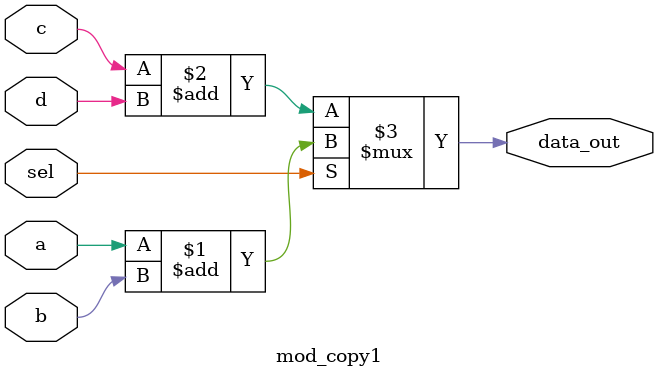
<source format=v>
module mod_copy1 (sel, a, b, c, d, data_out);
input sel, a, b, c, d;
output data_out;

assign data_out= (sel)? (a+b) : (c+d) ;

endmodule

</source>
